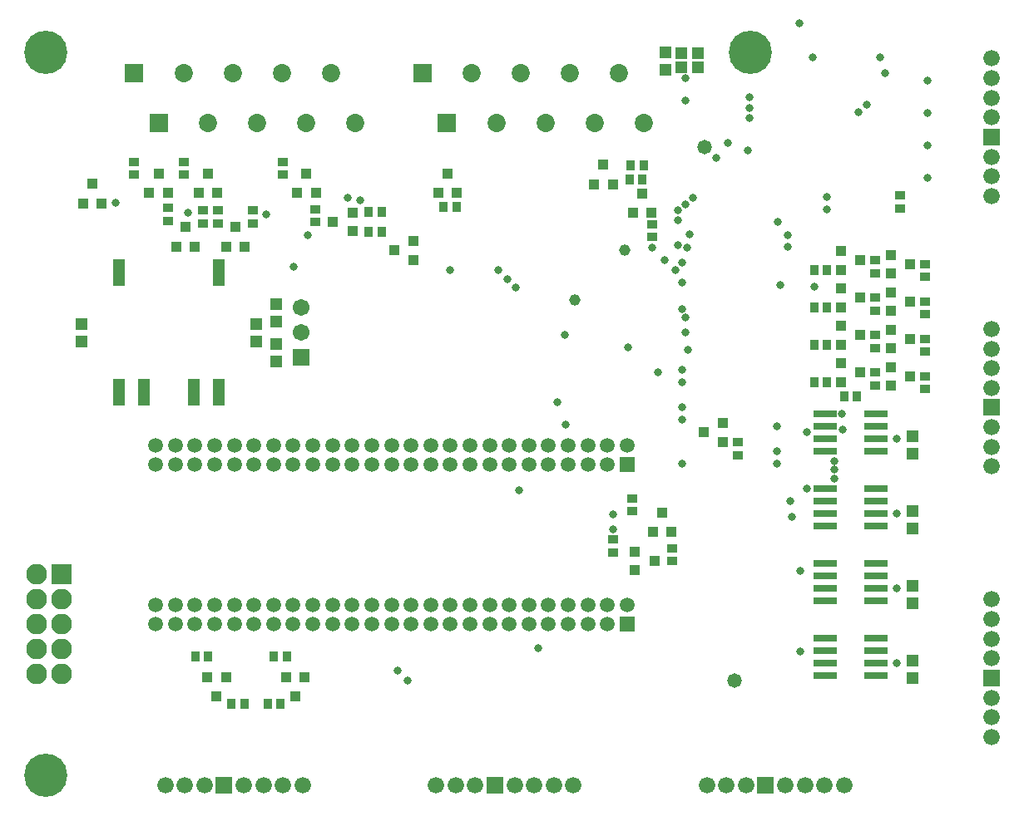
<source format=gbs>
G75*
%MOIN*%
%OFA0B0*%
%FSLAX24Y24*%
%IPPOS*%
%LPD*%
%AMOC8*
5,1,8,0,0,1.08239X$1,22.5*
%
%ADD10R,0.0595X0.0595*%
%ADD11C,0.0595*%
%ADD12R,0.0830X0.0830*%
%ADD13C,0.0830*%
%ADD14C,0.0580*%
%ADD15R,0.0674X0.0674*%
%ADD16C,0.0674*%
%ADD17R,0.0395X0.0434*%
%ADD18R,0.0660X0.0660*%
%ADD19C,0.0660*%
%ADD20R,0.0434X0.0395*%
%ADD21R,0.0730X0.0730*%
%ADD22C,0.0730*%
%ADD23R,0.0356X0.0434*%
%ADD24R,0.0946X0.0316*%
%ADD25R,0.0474X0.0513*%
%ADD26R,0.0474X0.1080*%
%ADD27R,0.0513X0.0474*%
%ADD28R,0.0434X0.0356*%
%ADD29C,0.1730*%
%ADD30C,0.0330*%
%ADD31C,0.0455*%
D10*
X025917Y007872D03*
X025917Y014272D03*
D11*
X025917Y015059D03*
X025129Y015059D03*
X024342Y015059D03*
X024342Y014272D03*
X025129Y014272D03*
X023554Y014272D03*
X022767Y014272D03*
X021980Y014272D03*
X021980Y015059D03*
X022767Y015059D03*
X023554Y015059D03*
X021192Y015059D03*
X021192Y014272D03*
X020405Y014272D03*
X020405Y015059D03*
X019617Y015059D03*
X018830Y015059D03*
X018043Y015059D03*
X018043Y014272D03*
X018830Y014272D03*
X019617Y014272D03*
X017255Y014272D03*
X016468Y014272D03*
X016468Y015059D03*
X017255Y015059D03*
X015680Y015059D03*
X015680Y014272D03*
X014893Y014272D03*
X014106Y014272D03*
X014106Y015059D03*
X014893Y015059D03*
X013318Y015059D03*
X013318Y014272D03*
X012531Y014272D03*
X011743Y014272D03*
X010956Y014272D03*
X010169Y014272D03*
X010169Y015059D03*
X010956Y015059D03*
X011743Y015059D03*
X012531Y015059D03*
X009381Y015059D03*
X009381Y014272D03*
X008594Y014272D03*
X008594Y015059D03*
X007806Y015059D03*
X007806Y014272D03*
X007019Y014272D03*
X007019Y015059D03*
X007019Y008659D03*
X007019Y007872D03*
X007806Y007872D03*
X007806Y008659D03*
X008594Y008659D03*
X008594Y007872D03*
X009381Y007872D03*
X009381Y008659D03*
X010169Y008659D03*
X010169Y007872D03*
X010956Y007872D03*
X011743Y007872D03*
X012531Y007872D03*
X013318Y007872D03*
X013318Y008659D03*
X012531Y008659D03*
X011743Y008659D03*
X010956Y008659D03*
X014106Y008659D03*
X014106Y007872D03*
X014893Y007872D03*
X015680Y007872D03*
X015680Y008659D03*
X014893Y008659D03*
X016468Y008659D03*
X016468Y007872D03*
X017255Y007872D03*
X017255Y008659D03*
X018043Y008659D03*
X018830Y008659D03*
X018830Y007872D03*
X018043Y007872D03*
X019617Y007872D03*
X019617Y008659D03*
X020405Y008659D03*
X020405Y007872D03*
X021192Y007872D03*
X021192Y008659D03*
X021980Y008659D03*
X021980Y007872D03*
X022767Y007872D03*
X022767Y008659D03*
X023554Y008659D03*
X023554Y007872D03*
X024342Y007872D03*
X025129Y007872D03*
X025129Y008659D03*
X024342Y008659D03*
X025917Y008659D03*
D12*
X003267Y009872D03*
D13*
X002267Y009872D03*
X002267Y008872D03*
X003267Y008872D03*
X003267Y007872D03*
X002267Y007872D03*
X002267Y006872D03*
X003267Y006872D03*
X003267Y005872D03*
X002267Y005872D03*
D14*
X029017Y027037D03*
X030217Y005627D03*
D15*
X012867Y018572D03*
D16*
X012867Y019572D03*
X012867Y020572D03*
D17*
X010591Y023028D03*
X009843Y023028D03*
X010217Y023816D03*
X009491Y025178D03*
X008743Y025178D03*
X009117Y025966D03*
X007511Y025178D03*
X006763Y025178D03*
X007137Y025966D03*
X004853Y024766D03*
X004105Y024766D03*
X004479Y025553D03*
X007843Y023028D03*
X008591Y023028D03*
X008217Y023816D03*
X012693Y025178D03*
X013441Y025178D03*
X013067Y025966D03*
X018343Y025178D03*
X019091Y025178D03*
X018717Y025966D03*
X024593Y025528D03*
X025341Y025528D03*
X024967Y026316D03*
X026517Y025166D03*
X026891Y024378D03*
X026143Y024378D03*
X027317Y012366D03*
X027691Y011578D03*
X026943Y011578D03*
X012991Y005766D03*
X012243Y005766D03*
X012617Y004978D03*
X009841Y005766D03*
X009093Y005766D03*
X009467Y004978D03*
D18*
X009767Y001422D03*
X020617Y001422D03*
X031467Y001422D03*
X040517Y005722D03*
X040517Y016572D03*
X040517Y027422D03*
D19*
X040517Y026635D03*
X040517Y025847D03*
X040517Y025060D03*
X040517Y028209D03*
X040517Y028997D03*
X040517Y029784D03*
X040517Y030572D03*
X040517Y019722D03*
X040517Y018934D03*
X040517Y018147D03*
X040517Y017359D03*
X040517Y015785D03*
X040517Y014997D03*
X040517Y014210D03*
X040517Y008872D03*
X040517Y008084D03*
X040517Y007297D03*
X040517Y006509D03*
X040517Y004935D03*
X040517Y004147D03*
X040517Y003360D03*
X034616Y001422D03*
X033829Y001422D03*
X033041Y001422D03*
X032254Y001422D03*
X030679Y001422D03*
X029892Y001422D03*
X029104Y001422D03*
X023766Y001422D03*
X022979Y001422D03*
X022191Y001422D03*
X021404Y001422D03*
X019829Y001422D03*
X019042Y001422D03*
X018254Y001422D03*
X012916Y001422D03*
X012129Y001422D03*
X011341Y001422D03*
X010554Y001422D03*
X008979Y001422D03*
X008192Y001422D03*
X007404Y001422D03*
D20*
X026223Y010048D03*
X026223Y010796D03*
X027010Y010422D03*
X029760Y015198D03*
X028973Y015572D03*
X029760Y015946D03*
X034473Y017598D03*
X034473Y018346D03*
X035260Y017972D03*
X036473Y018196D03*
X036473Y017448D03*
X037260Y017822D03*
X036473Y018948D03*
X037260Y019322D03*
X036473Y019696D03*
X036473Y020448D03*
X036473Y021196D03*
X036473Y021948D03*
X037260Y022322D03*
X036473Y022696D03*
X035260Y022472D03*
X034473Y022098D03*
X034473Y022846D03*
X034473Y021346D03*
X035260Y020972D03*
X034473Y020598D03*
X034473Y019846D03*
X034473Y019098D03*
X035260Y019472D03*
X037260Y020822D03*
X017360Y022498D03*
X017360Y023246D03*
X016573Y022872D03*
X014910Y023648D03*
X014910Y024396D03*
X014123Y024022D03*
D21*
X018701Y028004D03*
X017717Y029972D03*
X007151Y028004D03*
X006167Y029972D03*
D22*
X008135Y029972D03*
X010104Y029972D03*
X012072Y029972D03*
X014041Y029972D03*
X015025Y028004D03*
X013056Y028004D03*
X011088Y028004D03*
X009119Y028004D03*
X019685Y029972D03*
X021654Y029972D03*
X023622Y029972D03*
X025591Y029972D03*
X026575Y028004D03*
X024606Y028004D03*
X022638Y028004D03*
X020669Y028004D03*
D23*
X019073Y024622D03*
X018561Y024622D03*
X016073Y024422D03*
X015561Y024422D03*
X015561Y023622D03*
X016073Y023622D03*
X026011Y025722D03*
X026523Y025722D03*
X026573Y026272D03*
X026061Y026272D03*
X033411Y022072D03*
X033923Y022072D03*
X033923Y020572D03*
X033411Y020572D03*
X033411Y019072D03*
X033923Y019072D03*
X033923Y017572D03*
X033411Y017572D03*
X034611Y017022D03*
X035123Y017022D03*
X012273Y006572D03*
X011761Y006572D03*
X011511Y004672D03*
X012023Y004672D03*
X010573Y004672D03*
X010061Y004672D03*
X009123Y006572D03*
X008611Y006572D03*
D24*
X033843Y006322D03*
X033843Y006822D03*
X033843Y007322D03*
X033843Y008822D03*
X033843Y009322D03*
X033843Y009822D03*
X033843Y010322D03*
X033843Y011822D03*
X033843Y012322D03*
X033843Y012822D03*
X033843Y013322D03*
X033843Y014822D03*
X033843Y015322D03*
X033843Y015822D03*
X033843Y016322D03*
X035890Y016322D03*
X035890Y015822D03*
X035890Y015322D03*
X035890Y014822D03*
X035890Y013322D03*
X035890Y012822D03*
X035890Y012322D03*
X035890Y011822D03*
X035890Y010322D03*
X035890Y009822D03*
X035890Y009322D03*
X035890Y008822D03*
X035890Y007322D03*
X035890Y006822D03*
X035890Y006322D03*
X035890Y005822D03*
X033843Y005822D03*
D25*
X037367Y005737D03*
X037367Y006407D03*
X037367Y008737D03*
X037367Y009407D03*
X037367Y011737D03*
X037367Y012407D03*
X037367Y014737D03*
X037367Y015407D03*
X027467Y030137D03*
X027467Y030807D03*
X011867Y020707D03*
X011867Y020037D03*
X011067Y019907D03*
X011067Y019237D03*
X011867Y019107D03*
X011867Y018437D03*
X004067Y019237D03*
X004067Y019907D03*
D26*
X005567Y021972D03*
X009567Y021972D03*
X009567Y017172D03*
X008567Y017172D03*
X006567Y017172D03*
X005567Y017172D03*
D27*
X028082Y030222D03*
X028082Y030772D03*
X028751Y030772D03*
X028751Y030222D03*
D28*
X026917Y023928D03*
X026917Y023416D03*
X035867Y022478D03*
X035867Y021966D03*
X035867Y020978D03*
X035867Y020466D03*
X035867Y019478D03*
X035867Y018966D03*
X035867Y017978D03*
X035867Y017466D03*
X037867Y017316D03*
X037867Y017828D03*
X037867Y018816D03*
X037867Y019328D03*
X037867Y020316D03*
X037867Y020828D03*
X037867Y021816D03*
X037867Y022328D03*
X036867Y024566D03*
X036867Y025078D03*
X030367Y015178D03*
X030367Y014666D03*
X026117Y012928D03*
X026117Y012416D03*
X025367Y011278D03*
X025367Y010766D03*
X027717Y010928D03*
X027717Y010416D03*
X013417Y024016D03*
X013417Y024528D03*
X012117Y025916D03*
X012117Y026428D03*
X010917Y024478D03*
X010917Y023966D03*
X009517Y023966D03*
X009517Y024478D03*
X008917Y024478D03*
X008917Y023966D03*
X007517Y024066D03*
X007517Y024578D03*
X008167Y025916D03*
X008167Y026428D03*
X006167Y026428D03*
X006167Y025916D03*
D29*
X002627Y001832D03*
X002627Y030822D03*
X030867Y030822D03*
D30*
X032817Y031972D03*
X033367Y030605D03*
X036067Y030605D03*
X036267Y029972D03*
X035504Y028722D03*
X035189Y028422D03*
X037967Y028372D03*
X037967Y027072D03*
X037967Y025772D03*
X033917Y025022D03*
X033917Y024522D03*
X032367Y023472D03*
X032367Y023022D03*
X031967Y024032D03*
X032057Y021482D03*
X033417Y021422D03*
X028567Y024982D03*
X028267Y024722D03*
X027967Y024472D03*
X027967Y024072D03*
X028417Y023532D03*
X028317Y022972D03*
X027967Y023072D03*
X028117Y022372D03*
X027847Y022072D03*
X027417Y022472D03*
X026917Y022972D03*
X028117Y021572D03*
X028117Y020532D03*
X028241Y020196D03*
X028267Y019582D03*
X028367Y018872D03*
X028117Y018082D03*
X028117Y017582D03*
X028117Y016582D03*
X028127Y016082D03*
X027167Y017972D03*
X025943Y018998D03*
X023417Y019472D03*
X021467Y021372D03*
X021117Y021722D03*
X020767Y022072D03*
X018817Y022072D03*
X015217Y024872D03*
X014717Y024972D03*
X013117Y023472D03*
X012567Y022222D03*
X011467Y024322D03*
X008317Y024372D03*
X005417Y024772D03*
X021597Y013242D03*
X023467Y015872D03*
X023117Y016772D03*
X028117Y014332D03*
X025367Y012272D03*
X025367Y011672D03*
X022367Y006922D03*
X017117Y005622D03*
X016717Y006022D03*
X031917Y014332D03*
X031917Y014832D03*
X033117Y015572D03*
X031917Y015832D03*
X034217Y014422D03*
X034217Y014072D03*
X034217Y013722D03*
X033117Y013322D03*
X032467Y012822D03*
X032517Y012172D03*
X032867Y010022D03*
X036717Y009322D03*
X036717Y006322D03*
X032867Y006772D03*
X036717Y012322D03*
X036717Y015322D03*
X034567Y015672D03*
X034517Y016322D03*
X030767Y026872D03*
X029967Y027172D03*
X029489Y026572D03*
X030817Y028172D03*
X030817Y028594D03*
X030817Y029022D03*
X028267Y028872D03*
X028267Y029772D03*
X037967Y029672D03*
D31*
X025817Y022872D03*
X023817Y020872D03*
M02*

</source>
